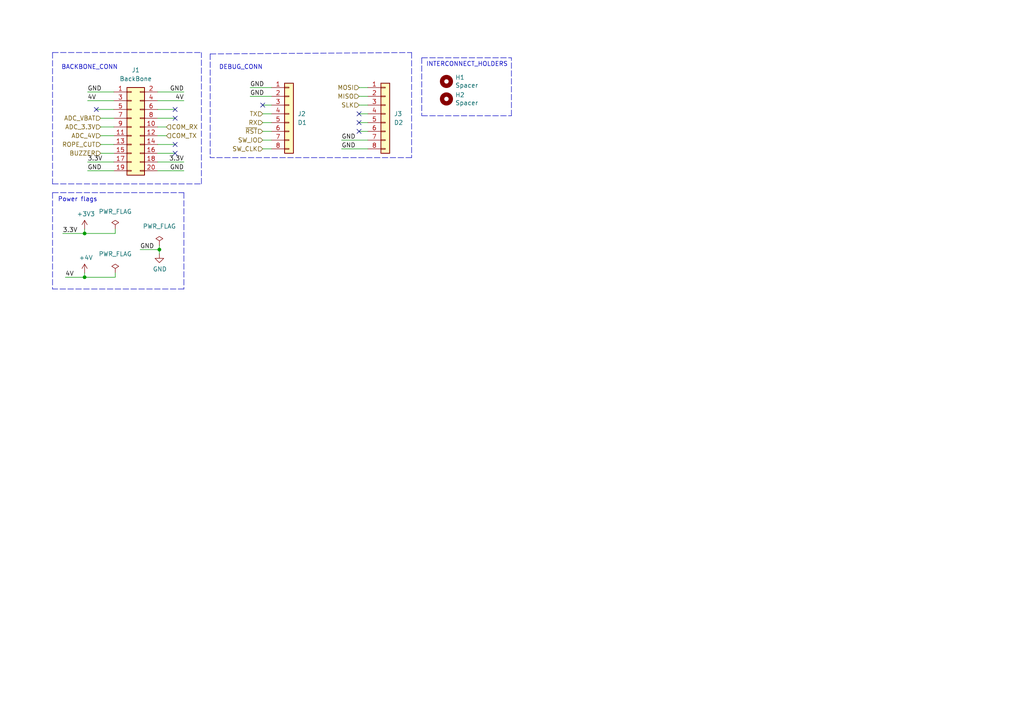
<source format=kicad_sch>
(kicad_sch (version 20211123) (generator eeschema)
  (paper "A4")
  (lib_symbols
    (symbol "Connector_Generic:Conn_01x08" (pin_names (offset 1.016) hide)
      (property "Reference" "J" (at 0 10.16 0))
      (property "Value" "Conn_01x08" (at 0 -12.7 0))
      (symbol "Conn_01x08_1_1"
        (rectangle (start -1.27 -10.033) (end 0 -10.287) (stroke (width 0.1524)))
        (rectangle (start -1.27 -7.493) (end 0 -7.747) (stroke (width 0.1524)))
        (rectangle (start -1.27 -4.953) (end 0 -5.207) (stroke (width 0.1524)))
        (rectangle (start -1.27 -2.413) (end 0 -2.667) (stroke (width 0.1524)))
        (rectangle (start -1.27 0.127) (end 0 -0.127) (stroke (width 0.1524)))
        (rectangle (start -1.27 2.667) (end 0 2.413) (stroke (width 0.1524)))
        (rectangle (start -1.27 5.207) (end 0 4.953) (stroke (width 0.1524)))
        (rectangle (start -1.27 7.747) (end 0 7.493) (stroke (width 0.1524)))
        (rectangle (start -1.27 8.89) (end 1.27 -11.43) (stroke (width 0.254)) (fill (type background)))
        (pin passive line (at -5.08 7.62 0) (length 3.81) (name "Pin_1") (number "1"))
        (pin passive line (at -5.08 5.08 0) (length 3.81) (name "Pin_2") (number "2"))
        (pin passive line (at -5.08 2.54 0) (length 3.81) (name "Pin_3") (number "3"))
        (pin passive line (at -5.08 0 0) (length 3.81) (name "Pin_4") (number "4"))
        (pin passive line (at -5.08 -2.54 0) (length 3.81) (name "Pin_5") (number "5"))
        (pin passive line (at -5.08 -5.08 0) (length 3.81) (name "Pin_6") (number "6"))
        (pin passive line (at -5.08 -7.62 0) (length 3.81) (name "Pin_7") (number "7"))
        (pin passive line (at -5.08 -10.16 0) (length 3.81) (name "Pin_8") (number "8"))
      )
    )
    (symbol "Connector_Generic:Conn_02x10_Odd_Even" (pin_names (offset 1.016) hide)
      (property "Reference" "J" (at 1.27 12.7 0))
      (property "Value" "Conn_02x10_Odd_Even" (at 1.27 -15.24 0))
      (symbol "Conn_02x10_Odd_Even_1_1"
        (rectangle (start -1.27 -12.573) (end 0 -12.827) (stroke (width 0.1524)))
        (rectangle (start -1.27 -10.033) (end 0 -10.287) (stroke (width 0.1524)))
        (rectangle (start -1.27 -7.493) (end 0 -7.747) (stroke (width 0.1524)))
        (rectangle (start -1.27 -4.953) (end 0 -5.207) (stroke (width 0.1524)))
        (rectangle (start -1.27 -2.413) (end 0 -2.667) (stroke (width 0.1524)))
        (rectangle (start -1.27 0.127) (end 0 -0.127) (stroke (width 0.1524)))
        (rectangle (start -1.27 2.667) (end 0 2.413) (stroke (width 0.1524)))
        (rectangle (start -1.27 5.207) (end 0 4.953) (stroke (width 0.1524)))
        (rectangle (start -1.27 7.747) (end 0 7.493) (stroke (width 0.1524)))
        (rectangle (start -1.27 10.287) (end 0 10.033) (stroke (width 0.1524)))
        (rectangle (start -1.27 11.43) (end 3.81 -13.97) (stroke (width 0.254)) (fill (type background)))
        (rectangle (start 3.81 -12.573) (end 2.54 -12.827) (stroke (width 0.1524)))
        (rectangle (start 3.81 -10.033) (end 2.54 -10.287) (stroke (width 0.1524)))
        (rectangle (start 3.81 -7.493) (end 2.54 -7.747) (stroke (width 0.1524)))
        (rectangle (start 3.81 -4.953) (end 2.54 -5.207) (stroke (width 0.1524)))
        (rectangle (start 3.81 -2.413) (end 2.54 -2.667) (stroke (width 0.1524)))
        (rectangle (start 3.81 0.127) (end 2.54 -0.127) (stroke (width 0.1524)))
        (rectangle (start 3.81 2.667) (end 2.54 2.413) (stroke (width 0.1524)))
        (rectangle (start 3.81 5.207) (end 2.54 4.953) (stroke (width 0.1524)))
        (rectangle (start 3.81 7.747) (end 2.54 7.493) (stroke (width 0.1524)))
        (rectangle (start 3.81 10.287) (end 2.54 10.033) (stroke (width 0.1524)))
        (pin passive line (at -5.08 10.16 0) (length 3.81) (name "Pin_1") (number "1"))
        (pin passive line (at 7.62 0 180) (length 3.81) (name "Pin_10") (number "10"))
        (pin passive line (at -5.08 -2.54 0) (length 3.81) (name "Pin_11") (number "11"))
        (pin passive line (at 7.62 -2.54 180) (length 3.81) (name "Pin_12") (number "12"))
        (pin passive line (at -5.08 -5.08 0) (length 3.81) (name "Pin_13") (number "13"))
        (pin passive line (at 7.62 -5.08 180) (length 3.81) (name "Pin_14") (number "14"))
        (pin passive line (at -5.08 -7.62 0) (length 3.81) (name "Pin_15") (number "15"))
        (pin passive line (at 7.62 -7.62 180) (length 3.81) (name "Pin_16") (number "16"))
        (pin passive line (at -5.08 -10.16 0) (length 3.81) (name "Pin_17") (number "17"))
        (pin passive line (at 7.62 -10.16 180) (length 3.81) (name "Pin_18") (number "18"))
        (pin passive line (at -5.08 -12.7 0) (length 3.81) (name "Pin_19") (number "19"))
        (pin passive line (at 7.62 10.16 180) (length 3.81) (name "Pin_2") (number "2"))
        (pin passive line (at 7.62 -12.7 180) (length 3.81) (name "Pin_20") (number "20"))
        (pin passive line (at -5.08 7.62 0) (length 3.81) (name "Pin_3") (number "3"))
        (pin passive line (at 7.62 7.62 180) (length 3.81) (name "Pin_4") (number "4"))
        (pin passive line (at -5.08 5.08 0) (length 3.81) (name "Pin_5") (number "5"))
        (pin passive line (at 7.62 5.08 180) (length 3.81) (name "Pin_6") (number "6"))
        (pin passive line (at -5.08 2.54 0) (length 3.81) (name "Pin_7") (number "7"))
        (pin passive line (at 7.62 2.54 180) (length 3.81) (name "Pin_8") (number "8"))
        (pin passive line (at -5.08 0 0) (length 3.81) (name "Pin_9") (number "9"))
      )
    )
    (symbol "Mechanical:MountingHole" (pin_names (offset 1.016))
      (property "Reference" "H" (at 0 5.08 0))
      (property "Value" "MountingHole" (at 0 3.175 0))
      (symbol "MountingHole_0_1"
        (circle (center 0 0) (radius 1.27) (stroke (width 1.27)))
      )
    )
    (symbol "power:+3.3V" (power) (pin_names (offset 0))
      (property "Value" "+3.3V" (at 0 3.556 0))
      (symbol "+3.3V_0_1"
        (polyline (pts (xy -0.762 1.27) (xy 0 2.54)))
        (polyline (pts (xy 0 0) (xy 0 2.54)))
        (polyline (pts (xy 0 2.54) (xy 0.762 1.27)))
      )
      (symbol "+3.3V_1_1"
        (pin power_in line (at 0 0 90) (length 0) hide (name "+3V3") (number "1"))
      )
    )
    (symbol "power:+4V" (power) (pin_names (offset 0))
      (property "Value" "+4V" (at 0 3.556 0))
      (symbol "+4V_0_1"
        (polyline (pts (xy -0.762 1.27) (xy 0 2.54)))
        (polyline (pts (xy 0 0) (xy 0 2.54)))
        (polyline (pts (xy 0 2.54) (xy 0.762 1.27)))
      )
      (symbol "+4V_1_1"
        (pin power_in line (at 0 0 90) (length 0) hide (name "+4V") (number "1"))
      )
    )
    (symbol "power:GND" (power) (pin_names (offset 0))
      (property "Value" "GND" (at 0 -3.81 0))
      (symbol "GND_0_1"
        (polyline (pts (xy 0 0) (xy 0 -1.27) (xy 1.27 -1.27) (xy 0 -2.54) (xy -1.27 -1.27) (xy 0 -1.27)))
      )
      (symbol "GND_1_1"
        (pin power_in line (at 0 0 270) (length 0) hide (name "GND") (number "1"))
      )
    )
    (symbol "power:PWR_FLAG" (power) (pin_numbers hide) (pin_names (offset 0) hide)
      (property "Value" "PWR_FLAG" (at 0 3.81 0))
      (symbol "PWR_FLAG_0_0"
        (pin power_out line (at 0 0 90) (length 0) (name "pwr") (number "1"))
      )
      (symbol "PWR_FLAG_0_1"
        (polyline (pts (xy 0 0) (xy 0 1.27) (xy -1.016 1.905) (xy 0 2.54) (xy 1.016 1.905) (xy 0 1.27)))
      )
    )
  )
  (junction (at 24.5364 80.4164))
  (junction (at 46.228 72.39))
  (junction (at 24.5364 67.7164))
  (no_connect (at 50.8 31.75))
  (no_connect (at 50.8 34.29))
  (no_connect (at 27.94 31.75))
  (no_connect (at 50.8 41.91))
  (no_connect (at 50.8 44.45))
  (no_connect (at 104.14 33.02))
  (no_connect (at 104.14 38.1))
  (no_connect (at 104.14 35.56))
  (no_connect (at 76.2 30.48))
  (wire (pts (xy 45.72 39.37) (xy 48.26 39.37)))
  (wire (pts (xy 46.228 71.12) (xy 46.228 72.39)))
  (wire (pts (xy 78.74 30.48) (xy 76.2 30.48)))
  (wire (pts (xy 45.72 44.45) (xy 50.8 44.45)))
  (wire (pts (xy 18.9484 80.4164) (xy 24.5364 80.4164)))
  (wire (pts (xy 106.68 35.56) (xy 104.14 35.56)))
  (wire (pts (xy 45.72 41.91) (xy 50.8 41.91)))
  (wire (pts (xy 24.5364 80.4164) (xy 24.5364 79.1464)))
  (wire (pts (xy 24.5364 67.7164) (xy 33.4264 67.7164)))
  (polyline (pts (xy 15.24 55.88) (xy 15.24 83.82)))
  (wire (pts (xy 25.4 49.53) (xy 33.02 49.53)))
  (polyline (pts (xy 122.3264 16.764) (xy 148.336 16.764)))
  (wire (pts (xy 72.5424 27.94) (xy 78.74 27.94)))
  (wire (pts (xy 76.2 38.1) (xy 78.74 38.1)))
  (polyline (pts (xy 119.38 15.24) (xy 119.38 45.72)))
  (wire (pts (xy 45.72 49.53) (xy 53.34 49.53)))
  (wire (pts (xy 106.68 30.48) (xy 104.14 30.48)))
  (wire (pts (xy 78.74 43.18) (xy 76.2 43.18)))
  (wire (pts (xy 78.74 33.02) (xy 76.2 33.02)))
  (wire (pts (xy 99.06 40.64) (xy 106.68 40.64)))
  (polyline (pts (xy 60.96 15.6464) (xy 60.96 45.72)))
  (wire (pts (xy 33.4264 67.7164) (xy 33.4264 66.4464)))
  (polyline (pts (xy 58.42 53.34) (xy 58.42 15.24)))
  (wire (pts (xy 72.5424 25.4) (xy 78.74 25.4)))
  (wire (pts (xy 106.68 27.94) (xy 104.14 27.94)))
  (polyline (pts (xy 15.24 15.24) (xy 15.24 53.34)))
  (wire (pts (xy 45.72 29.21) (xy 53.34 29.21)))
  (wire (pts (xy 25.4 46.99) (xy 33.02 46.99)))
  (wire (pts (xy 29.21 36.83) (xy 33.02 36.83)))
  (polyline (pts (xy 53.34 55.88) (xy 53.34 83.82)))
  (polyline (pts (xy 148.336 33.5788) (xy 148.336 16.764)))
  (wire (pts (xy 29.21 44.45) (xy 33.02 44.45)))
  (polyline (pts (xy 60.96 15.6464) (xy 119.38 15.24)))
  (wire (pts (xy 106.68 33.02) (xy 104.14 33.02)))
  (wire (pts (xy 27.94 31.75) (xy 33.02 31.75)))
  (wire (pts (xy 78.74 35.56) (xy 76.2 35.56)))
  (wire (pts (xy 24.5364 66.4464) (xy 24.5364 67.7164)))
  (polyline (pts (xy 15.24 15.24) (xy 58.42 15.24)))
  (wire (pts (xy 106.68 38.1) (xy 104.14 38.1)))
  (wire (pts (xy 45.72 36.83) (xy 48.26 36.83)))
  (polyline (pts (xy 15.24 55.88) (xy 53.34 55.88)))
  (wire (pts (xy 29.21 39.37) (xy 33.02 39.37)))
  (wire (pts (xy 45.72 46.99) (xy 53.34 46.99)))
  (wire (pts (xy 24.5364 80.4164) (xy 33.4264 80.4164)))
  (wire (pts (xy 25.4 29.21) (xy 33.02 29.21)))
  (polyline (pts (xy 53.34 83.82) (xy 15.24 83.82)))
  (wire (pts (xy 46.228 73.66) (xy 46.228 72.39)))
  (wire (pts (xy 29.21 41.91) (xy 33.02 41.91)))
  (wire (pts (xy 45.72 34.29) (xy 50.8 34.29)))
  (wire (pts (xy 33.4264 80.4164) (xy 33.4264 79.1464)))
  (wire (pts (xy 76.2 40.64) (xy 78.74 40.64)))
  (wire (pts (xy 45.72 31.75) (xy 50.8 31.75)))
  (polyline (pts (xy 122.3264 16.764) (xy 122.3264 33.5788)))
  (wire (pts (xy 40.64 72.39) (xy 46.228 72.39)))
  (polyline (pts (xy 15.24 53.34) (xy 58.42 53.34)))
  (wire (pts (xy 29.21 34.29) (xy 33.02 34.29)))
  (wire (pts (xy 25.4 26.67) (xy 33.02 26.67)))
  (wire (pts (xy 106.68 25.4) (xy 104.14 25.4)))
  (wire (pts (xy 99.06 43.18) (xy 106.68 43.18)))
  (polyline (pts (xy 119.38 45.72) (xy 60.96 45.72)))
  (wire (pts (xy 18.1864 67.7164) (xy 24.5364 67.7164)))
  (wire (pts (xy 45.72 26.67) (xy 53.34 26.67)))
  (polyline (pts (xy 122.3264 33.5788) (xy 148.336 33.5788)))
  (text "BACKBONE_CONN" (at 17.78 20.32 0) (effects (font (size 1.27 1.27)) (justify left bottom)))
  (text "DEBUG_CONN\n" (at 63.5 20.32 0) (effects (font (size 1.27 1.27)) (justify left bottom)))
  (text "Power flags\n" (at 16.764 58.674 0) (effects (font (size 1.27 1.27)) (justify left bottom)))
  (text "INTERCONNECT_HOLDERS\n" (at 123.5964 19.4564 0) (effects (font (size 1.27 1.27)) (justify left bottom)))
  (label "GND" (at 53.34 49.53 180))
  (label "GND" (at 72.5424 27.94 0))
  (label "GND" (at 40.64 72.39 0))
  (label "3.3V" (at 25.4 46.99 0))
  (label "GND" (at 99.06 43.18 0))
  (label "GND" (at 99.06 40.64 0))
  (label "3.3V" (at 53.34 46.99 180))
  (label "4V" (at 25.4 29.21 0))
  (label "3.3V" (at 18.1864 67.7164 0))
  (label "GND" (at 25.4 26.67 0))
  (label "4V" (at 53.34 29.21 180))
  (label "GND" (at 72.5424 25.4 0))
  (label "4V" (at 18.9484 80.4164 0))
  (label "GND" (at 25.4 49.53 0))
  (label "GND" (at 53.34 26.67 180))
  (hierarchical_label "TX" (shape input) (at 76.2 33.02 180))
  (hierarchical_label "RX" (shape input) (at 76.2 35.56 180))
  (hierarchical_label "MOSI" (shape input) (at 104.14 25.4 180))
  (hierarchical_label "ADC_4V" (shape input) (at 29.21 39.37 180))
  (hierarchical_label "BUZZER" (shape input) (at 29.21 44.45 180))
  (hierarchical_label "SLK" (shape input) (at 104.14 30.48 180))
  (hierarchical_label "ROPE_CUT" (shape input) (at 29.21 41.91 180))
  (hierarchical_label "COM_RX" (shape input) (at 48.26 36.83 0))
  (hierarchical_label "SW_IO" (shape input) (at 76.2 40.64 180))
  (hierarchical_label "~{RST}" (shape input) (at 76.2 38.1 180))
  (hierarchical_label "COM_TX" (shape input) (at 48.26 39.37 0))
  (hierarchical_label "ADC_3.3V" (shape input) (at 29.21 36.83 180))
  (hierarchical_label "MISO" (shape input) (at 104.14 27.94 180))
  (hierarchical_label "SW_CLK" (shape input) (at 76.2 43.18 180))
  (hierarchical_label "ADC_VBAT" (shape input) (at 29.21 34.29 180))
  (symbol (lib_id "power:PWR_FLAG") (at 33.4264 79.1464 0) (unit 1)
    (property "Reference" "#FLG0103" (effects hide))
    (property "Value" "PWR_FLAG" (at 33.4264 73.66 0))
  )
  (symbol (lib_id "power:+3.3V") (at 24.5364 66.4464 0) (unit 1)
    (property "Reference" "#PWR0101" (effects hide))
    (property "Value" "+3.3V" (at 24.9174 62.0522 0))
  )
  (symbol (lib_id "power:PWR_FLAG") (at 33.4264 66.4464 0) (unit 1)
    (property "Reference" "#FLG0102" (effects hide))
    (property "Value" "PWR_FLAG" (at 33.4264 61.3664 0))
  )
  (symbol (lib_id "Connector_Generic:Conn_01x08") (at 83.82 33.02 0) (unit 1)
    (property "Reference" "J2" (at 86.3092 33.0199 0) (effects (justify left)))
    (property "Value" "D1" (at 86.3092 35.5599 0) (effects (justify left)))
    (property "Footprint" "Connector_PinSocket_2.54mm:PinSocket_1x08_P2.54mm_Horizontal" (effects hide))
  )
  (symbol (lib_id "power:PWR_FLAG") (at 46.228 71.12 0) (unit 1)
    (property "Reference" "#FLG0101" (effects hide))
    (property "Value" "PWR_FLAG" (at 46.228 65.6336 0))
  )
  (symbol (lib_id "power:+4V") (at 24.5364 79.1464 0) (unit 1)
    (property "Reference" "#PWR0102" (effects hide))
    (property "Value" "+4V" (at 24.9174 74.7522 0))
  )
  (symbol (lib_id "Connector_Generic:Conn_02x10_Odd_Even") (at 38.1 36.83 0) (unit 1)
    (property "Reference" "J1" (at 39.37 20.32 0))
    (property "Value" "BackBone" (at 39.37 22.86 0))
    (property "Footprint" "Connector_PinSocket_2.54mm:PinSocket_2x10_P2.54mm_Horizontal" (effects hide))
  )
  (symbol (lib_id "Connector_Generic:Conn_01x08") (at 111.76 33.02 0) (unit 1)
    (property "Reference" "J3" (at 114.2492 33.0199 0) (effects (justify left)))
    (property "Value" "D2" (at 114.2492 35.5599 0) (effects (justify left)))
    (property "Footprint" "Connector_PinSocket_2.54mm:PinSocket_1x08_P2.54mm_Horizontal" (effects hide))
  )
  (symbol (lib_id "power:GND") (at 46.228 73.66 0) (unit 1)
    (property "Reference" "#PWR0103" (effects hide))
    (property "Value" "GND" (at 46.355 78.0542 0))
  )
  (symbol (lib_id "Mechanical:MountingHole") (at 129.4892 23.622 0) (unit 1)
    (property "Reference" "H1" (at 132.0292 22.4536 0) (effects (justify left)))
    (property "Value" "Spacer" (at 132.0292 24.765 0) (effects (justify left)))
    (property "Footprint" "MountingHole:MountingHole_3.2mm_M3" (effects hide))
  )
  (symbol (lib_id "Mechanical:MountingHole") (at 129.4892 28.702 0) (unit 1)
    (property "Reference" "H2" (at 132.0292 27.5336 0) (effects (justify left)))
    (property "Value" "Spacer" (at 132.0292 29.845 0) (effects (justify left)))
    (property "Footprint" "MountingHole:MountingHole_3.2mm_M3" (effects hide))
  )
)
</source>
